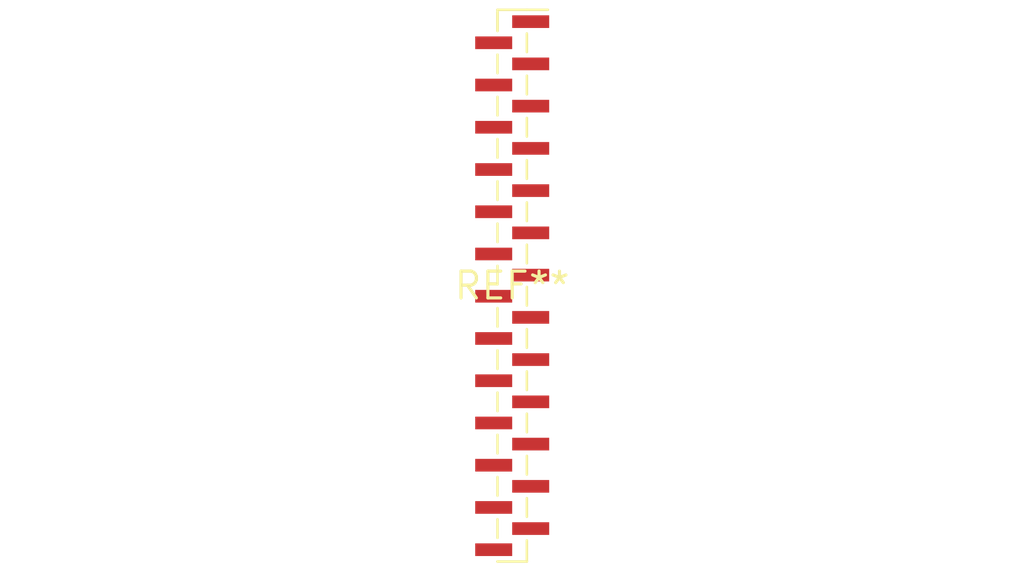
<source format=kicad_pcb>
(kicad_pcb (version 20240108) (generator pcbnew)
  (layers (0 "F.Cu" signal) (31 "B.Cu" signal) (34 "B.Paste" user) (35 "F.Paste" user) (36 "B.SilkS" user "B.Silkscreen") (37 "F.SilkS" user "F.Silkscreen") (38 "B.Mask" user) (39 "F.Mask" user) (44 "Edge.Cuts" user))
  (net 0 "")
  (footprint "PinHeader_1x26_P1.00mm_Vertical_SMD_Pin1Right" (layer "F.Cu") (at 0 0)
    (property "Reference" "REF**")
    (property "Value" "PinHeader_1x26_P1.00mm_Vertical_SMD_Pin1Right")
    (fp_line (start -0.695 -13.06) (end -0.695 -12.06) (layer "F.SilkS") (stroke (width 0.12)))
    (fp_line (start -0.695 -13.06) (end 0.695 -13.06) (layer "F.SilkS") (stroke (width 0.12)))
    (fp_line (start -0.695 -12.94) (end -0.695 -12.06) (layer "F.SilkS") (stroke (width 0.12)))
    (fp_line (start -0.695 -10.94) (end -0.695 -10.06) (layer "F.SilkS") (stroke (width 0.12)))
    (fp_line (start -0.695 -8.94) (end -0.695 -8.06) (layer "F.SilkS") (stroke (width 0.12)))
    (fp_line (start -0.695 -6.94) (end -0.695 -6.06) (layer "F.SilkS") (stroke (width 0.12)))
    (fp_line (start -0.695 -4.94) (end -0.695 -4.06) (layer "F.SilkS") (stroke (width 0.12)))
    (fp_line (start -0.695 -2.94) (end -0.695 -2.06) (layer "F.SilkS") (stroke (width 0.12)))
    (fp_line (start -0.695 -0.94) (end -0.695 -0.06) (layer "F.SilkS") (stroke (width 0.12)))
    (fp_line (start -0.695 1.06) (end -0.695 1.94) (layer "F.SilkS") (stroke (width 0.12)))
    (fp_line (start -0.695 3.06) (end -0.695 3.94) (layer "F.SilkS") (stroke (width 0.12)))
    (fp_line (start -0.695 5.06) (end -0.695 5.94) (layer "F.SilkS") (stroke (width 0.12)))
    (fp_line (start -0.695 7.06) (end -0.695 7.94) (layer "F.SilkS") (stroke (width 0.12)))
    (fp_line (start -0.695 9.06) (end -0.695 9.94) (layer "F.SilkS") (stroke (width 0.12)))
    (fp_line (start -0.695 11.06) (end -0.695 11.94) (layer "F.SilkS") (stroke (width 0.12)))
    (fp_line (start -0.695 13.06) (end -0.695 13.06) (layer "F.SilkS") (stroke (width 0.12)))
    (fp_line (start -0.695 13.06) (end 0.695 13.06) (layer "F.SilkS") (stroke (width 0.12)))
    (fp_line (start 0.695 -13.06) (end 0.695 -13.06) (layer "F.SilkS") (stroke (width 0.12)))
    (fp_line (start 0.695 -13.06) (end 1.69 -13.06) (layer "F.SilkS") (stroke (width 0.12)))
    (fp_line (start 0.695 -11.94) (end 0.695 -11.06) (layer "F.SilkS") (stroke (width 0.12)))
    (fp_line (start 0.695 -9.94) (end 0.695 -9.06) (layer "F.SilkS") (stroke (width 0.12)))
    (fp_line (start 0.695 -7.94) (end 0.695 -7.06) (layer "F.SilkS") (stroke (width 0.12)))
    (fp_line (start 0.695 -5.94) (end 0.695 -5.06) (layer "F.SilkS") (stroke (width 0.12)))
    (fp_line (start 0.695 -3.94) (end 0.695 -3.06) (layer "F.SilkS") (stroke (width 0.12)))
    (fp_line (start 0.695 -1.94) (end 0.695 -1.06) (layer "F.SilkS") (stroke (width 0.12)))
    (fp_line (start 0.695 0.06) (end 0.695 0.94) (layer "F.SilkS") (stroke (width 0.12)))
    (fp_line (start 0.695 2.06) (end 0.695 2.94) (layer "F.SilkS") (stroke (width 0.12)))
    (fp_line (start 0.695 4.06) (end 0.695 4.94) (layer "F.SilkS") (stroke (width 0.12)))
    (fp_line (start 0.695 6.06) (end 0.695 6.94) (layer "F.SilkS") (stroke (width 0.12)))
    (fp_line (start 0.695 8.06) (end 0.695 8.94) (layer "F.SilkS") (stroke (width 0.12)))
    (fp_line (start 0.695 10.06) (end 0.695 10.94) (layer "F.SilkS") (stroke (width 0.12)))
    (fp_line (start 0.695 12.06) (end 0.695 13.06) (layer "F.SilkS") (stroke (width 0.12)))
    (pad "1" smd rect (at 0.875 -12.5) (size 1.75 0.6) (layers "F.Cu" "F.Paste" "F.Mask"))
    (pad "2" smd rect (at -0.875 -11.5) (size 1.75 0.6) (layers "F.Cu" "F.Paste" "F.Mask"))
    (pad "3" smd rect (at 0.875 -10.5) (size 1.75 0.6) (layers "F.Cu" "F.Paste" "F.Mask"))
    (pad "4" smd rect (at -0.875 -9.5) (size 1.75 0.6) (layers "F.Cu" "F.Paste" "F.Mask"))
    (pad "5" smd rect (at 0.875 -8.5) (size 1.75 0.6) (layers "F.Cu" "F.Paste" "F.Mask"))
    (pad "6" smd rect (at -0.875 -7.5) (size 1.75 0.6) (layers "F.Cu" "F.Paste" "F.Mask"))
    (pad "7" smd rect (at 0.875 -6.5) (size 1.75 0.6) (layers "F.Cu" "F.Paste" "F.Mask"))
    (pad "8" smd rect (at -0.875 -5.5) (size 1.75 0.6) (layers "F.Cu" "F.Paste" "F.Mask"))
    (pad "9" smd rect (at 0.875 -4.5) (size 1.75 0.6) (layers "F.Cu" "F.Paste" "F.Mask"))
    (pad "10" smd rect (at -0.875 -3.5) (size 1.75 0.6) (layers "F.Cu" "F.Paste" "F.Mask"))
    (pad "11" smd rect (at 0.875 -2.5) (size 1.75 0.6) (layers "F.Cu" "F.Paste" "F.Mask"))
    (pad "12" smd rect (at -0.875 -1.5) (size 1.75 0.6) (layers "F.Cu" "F.Paste" "F.Mask"))
    (pad "13" smd rect (at 0.875 -0.5) (size 1.75 0.6) (layers "F.Cu" "F.Paste" "F.Mask"))
    (pad "14" smd rect (at -0.875 0.5) (size 1.75 0.6) (layers "F.Cu" "F.Paste" "F.Mask"))
    (pad "15" smd rect (at 0.875 1.5) (size 1.75 0.6) (layers "F.Cu" "F.Paste" "F.Mask"))
    (pad "16" smd rect (at -0.875 2.5) (size 1.75 0.6) (layers "F.Cu" "F.Paste" "F.Mask"))
    (pad "17" smd rect (at 0.875 3.5) (size 1.75 0.6) (layers "F.Cu" "F.Paste" "F.Mask"))
    (pad "18" smd rect (at -0.875 4.5) (size 1.75 0.6) (layers "F.Cu" "F.Paste" "F.Mask"))
    (pad "19" smd rect (at 0.875 5.5) (size 1.75 0.6) (layers "F.Cu" "F.Paste" "F.Mask"))
    (pad "20" smd rect (at -0.875 6.5) (size 1.75 0.6) (layers "F.Cu" "F.Paste" "F.Mask"))
    (pad "21" smd rect (at 0.875 7.5) (size 1.75 0.6) (layers "F.Cu" "F.Paste" "F.Mask"))
    (pad "22" smd rect (at -0.875 8.5) (size 1.75 0.6) (layers "F.Cu" "F.Paste" "F.Mask"))
    (pad "23" smd rect (at 0.875 9.5) (size 1.75 0.6) (layers "F.Cu" "F.Paste" "F.Mask"))
    (pad "24" smd rect (at -0.875 10.5) (size 1.75 0.6) (layers "F.Cu" "F.Paste" "F.Mask"))
    (pad "25" smd rect (at 0.875 11.5) (size 1.75 0.6) (layers "F.Cu" "F.Paste" "F.Mask"))
    (pad "26" smd rect (at -0.875 12.5) (size 1.75 0.6) (layers "F.Cu" "F.Paste" "F.Mask"))
  )
)
</source>
